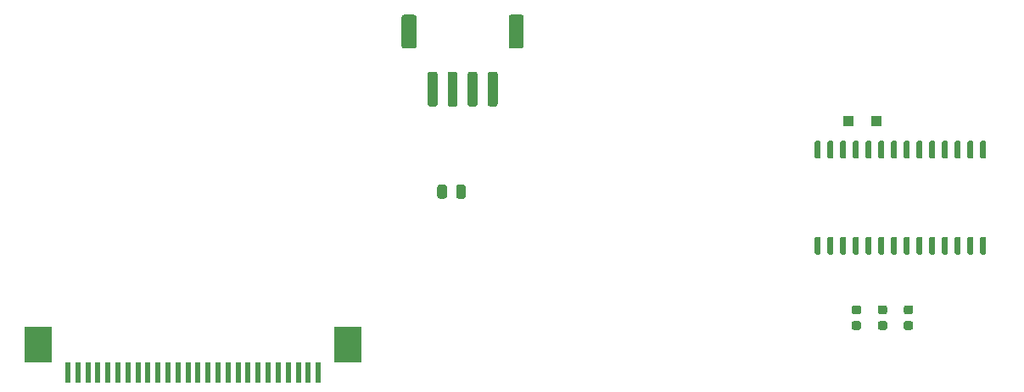
<source format=gbp>
G04 #@! TF.GenerationSoftware,KiCad,Pcbnew,(5.1.6)-1*
G04 #@! TF.CreationDate,2021-05-15T00:46:41-04:00*
G04 #@! TF.ProjectId,keyboard-layout-tall,6b657962-6f61-4726-942d-6c61796f7574,rev?*
G04 #@! TF.SameCoordinates,Original*
G04 #@! TF.FileFunction,Paste,Bot*
G04 #@! TF.FilePolarity,Positive*
%FSLAX46Y46*%
G04 Gerber Fmt 4.6, Leading zero omitted, Abs format (unit mm)*
G04 Created by KiCad (PCBNEW (5.1.6)-1) date 2021-05-15 00:46:41*
%MOMM*%
%LPD*%
G01*
G04 APERTURE LIST*
%ADD10R,0.610000X2.000000*%
%ADD11R,2.680000X3.600000*%
%ADD12R,1.100000X1.100000*%
G04 APERTURE END LIST*
D10*
X247600000Y-87200000D03*
X248600000Y-87200000D03*
X249600000Y-87200000D03*
X250600000Y-87200000D03*
X251600000Y-87200000D03*
X252600000Y-87200000D03*
X253600000Y-87200000D03*
X254600000Y-87200000D03*
X255600000Y-87200000D03*
X256600000Y-87200000D03*
X257600000Y-87200000D03*
X258600000Y-87200000D03*
X259600000Y-87200000D03*
X260600000Y-87200000D03*
X261600000Y-87200000D03*
X262600000Y-87200000D03*
X263600000Y-87200000D03*
X264600000Y-87200000D03*
X265600000Y-87200000D03*
X266600000Y-87200000D03*
X267600000Y-87200000D03*
X268600000Y-87200000D03*
X269600000Y-87200000D03*
X270600000Y-87200000D03*
X271600000Y-87200000D03*
X272600000Y-87200000D03*
D11*
X244610000Y-84400000D03*
X275590000Y-84400000D03*
G36*
G01*
X322295000Y-64000000D02*
X322595000Y-64000000D01*
G75*
G02*
X322745000Y-64150000I0J-150000D01*
G01*
X322745000Y-65650000D01*
G75*
G02*
X322595000Y-65800000I-150000J0D01*
G01*
X322295000Y-65800000D01*
G75*
G02*
X322145000Y-65650000I0J150000D01*
G01*
X322145000Y-64150000D01*
G75*
G02*
X322295000Y-64000000I150000J0D01*
G01*
G37*
G36*
G01*
X323565000Y-64000000D02*
X323865000Y-64000000D01*
G75*
G02*
X324015000Y-64150000I0J-150000D01*
G01*
X324015000Y-65650000D01*
G75*
G02*
X323865000Y-65800000I-150000J0D01*
G01*
X323565000Y-65800000D01*
G75*
G02*
X323415000Y-65650000I0J150000D01*
G01*
X323415000Y-64150000D01*
G75*
G02*
X323565000Y-64000000I150000J0D01*
G01*
G37*
G36*
G01*
X324835000Y-64000000D02*
X325135000Y-64000000D01*
G75*
G02*
X325285000Y-64150000I0J-150000D01*
G01*
X325285000Y-65650000D01*
G75*
G02*
X325135000Y-65800000I-150000J0D01*
G01*
X324835000Y-65800000D01*
G75*
G02*
X324685000Y-65650000I0J150000D01*
G01*
X324685000Y-64150000D01*
G75*
G02*
X324835000Y-64000000I150000J0D01*
G01*
G37*
G36*
G01*
X326105000Y-64000000D02*
X326405000Y-64000000D01*
G75*
G02*
X326555000Y-64150000I0J-150000D01*
G01*
X326555000Y-65650000D01*
G75*
G02*
X326405000Y-65800000I-150000J0D01*
G01*
X326105000Y-65800000D01*
G75*
G02*
X325955000Y-65650000I0J150000D01*
G01*
X325955000Y-64150000D01*
G75*
G02*
X326105000Y-64000000I150000J0D01*
G01*
G37*
G36*
G01*
X327375000Y-64000000D02*
X327675000Y-64000000D01*
G75*
G02*
X327825000Y-64150000I0J-150000D01*
G01*
X327825000Y-65650000D01*
G75*
G02*
X327675000Y-65800000I-150000J0D01*
G01*
X327375000Y-65800000D01*
G75*
G02*
X327225000Y-65650000I0J150000D01*
G01*
X327225000Y-64150000D01*
G75*
G02*
X327375000Y-64000000I150000J0D01*
G01*
G37*
G36*
G01*
X328645000Y-64000000D02*
X328945000Y-64000000D01*
G75*
G02*
X329095000Y-64150000I0J-150000D01*
G01*
X329095000Y-65650000D01*
G75*
G02*
X328945000Y-65800000I-150000J0D01*
G01*
X328645000Y-65800000D01*
G75*
G02*
X328495000Y-65650000I0J150000D01*
G01*
X328495000Y-64150000D01*
G75*
G02*
X328645000Y-64000000I150000J0D01*
G01*
G37*
G36*
G01*
X329915000Y-64000000D02*
X330215000Y-64000000D01*
G75*
G02*
X330365000Y-64150000I0J-150000D01*
G01*
X330365000Y-65650000D01*
G75*
G02*
X330215000Y-65800000I-150000J0D01*
G01*
X329915000Y-65800000D01*
G75*
G02*
X329765000Y-65650000I0J150000D01*
G01*
X329765000Y-64150000D01*
G75*
G02*
X329915000Y-64000000I150000J0D01*
G01*
G37*
G36*
G01*
X331185000Y-64000000D02*
X331485000Y-64000000D01*
G75*
G02*
X331635000Y-64150000I0J-150000D01*
G01*
X331635000Y-65650000D01*
G75*
G02*
X331485000Y-65800000I-150000J0D01*
G01*
X331185000Y-65800000D01*
G75*
G02*
X331035000Y-65650000I0J150000D01*
G01*
X331035000Y-64150000D01*
G75*
G02*
X331185000Y-64000000I150000J0D01*
G01*
G37*
G36*
G01*
X332455000Y-64000000D02*
X332755000Y-64000000D01*
G75*
G02*
X332905000Y-64150000I0J-150000D01*
G01*
X332905000Y-65650000D01*
G75*
G02*
X332755000Y-65800000I-150000J0D01*
G01*
X332455000Y-65800000D01*
G75*
G02*
X332305000Y-65650000I0J150000D01*
G01*
X332305000Y-64150000D01*
G75*
G02*
X332455000Y-64000000I150000J0D01*
G01*
G37*
G36*
G01*
X333725000Y-64000000D02*
X334025000Y-64000000D01*
G75*
G02*
X334175000Y-64150000I0J-150000D01*
G01*
X334175000Y-65650000D01*
G75*
G02*
X334025000Y-65800000I-150000J0D01*
G01*
X333725000Y-65800000D01*
G75*
G02*
X333575000Y-65650000I0J150000D01*
G01*
X333575000Y-64150000D01*
G75*
G02*
X333725000Y-64000000I150000J0D01*
G01*
G37*
G36*
G01*
X334995000Y-64000000D02*
X335295000Y-64000000D01*
G75*
G02*
X335445000Y-64150000I0J-150000D01*
G01*
X335445000Y-65650000D01*
G75*
G02*
X335295000Y-65800000I-150000J0D01*
G01*
X334995000Y-65800000D01*
G75*
G02*
X334845000Y-65650000I0J150000D01*
G01*
X334845000Y-64150000D01*
G75*
G02*
X334995000Y-64000000I150000J0D01*
G01*
G37*
G36*
G01*
X336265000Y-64000000D02*
X336565000Y-64000000D01*
G75*
G02*
X336715000Y-64150000I0J-150000D01*
G01*
X336715000Y-65650000D01*
G75*
G02*
X336565000Y-65800000I-150000J0D01*
G01*
X336265000Y-65800000D01*
G75*
G02*
X336115000Y-65650000I0J150000D01*
G01*
X336115000Y-64150000D01*
G75*
G02*
X336265000Y-64000000I150000J0D01*
G01*
G37*
G36*
G01*
X337535000Y-64000000D02*
X337835000Y-64000000D01*
G75*
G02*
X337985000Y-64150000I0J-150000D01*
G01*
X337985000Y-65650000D01*
G75*
G02*
X337835000Y-65800000I-150000J0D01*
G01*
X337535000Y-65800000D01*
G75*
G02*
X337385000Y-65650000I0J150000D01*
G01*
X337385000Y-64150000D01*
G75*
G02*
X337535000Y-64000000I150000J0D01*
G01*
G37*
G36*
G01*
X338805000Y-64000000D02*
X339105000Y-64000000D01*
G75*
G02*
X339255000Y-64150000I0J-150000D01*
G01*
X339255000Y-65650000D01*
G75*
G02*
X339105000Y-65800000I-150000J0D01*
G01*
X338805000Y-65800000D01*
G75*
G02*
X338655000Y-65650000I0J150000D01*
G01*
X338655000Y-64150000D01*
G75*
G02*
X338805000Y-64000000I150000J0D01*
G01*
G37*
G36*
G01*
X338805000Y-73600000D02*
X339105000Y-73600000D01*
G75*
G02*
X339255000Y-73750000I0J-150000D01*
G01*
X339255000Y-75250000D01*
G75*
G02*
X339105000Y-75400000I-150000J0D01*
G01*
X338805000Y-75400000D01*
G75*
G02*
X338655000Y-75250000I0J150000D01*
G01*
X338655000Y-73750000D01*
G75*
G02*
X338805000Y-73600000I150000J0D01*
G01*
G37*
G36*
G01*
X337535000Y-73600000D02*
X337835000Y-73600000D01*
G75*
G02*
X337985000Y-73750000I0J-150000D01*
G01*
X337985000Y-75250000D01*
G75*
G02*
X337835000Y-75400000I-150000J0D01*
G01*
X337535000Y-75400000D01*
G75*
G02*
X337385000Y-75250000I0J150000D01*
G01*
X337385000Y-73750000D01*
G75*
G02*
X337535000Y-73600000I150000J0D01*
G01*
G37*
G36*
G01*
X336265000Y-73600000D02*
X336565000Y-73600000D01*
G75*
G02*
X336715000Y-73750000I0J-150000D01*
G01*
X336715000Y-75250000D01*
G75*
G02*
X336565000Y-75400000I-150000J0D01*
G01*
X336265000Y-75400000D01*
G75*
G02*
X336115000Y-75250000I0J150000D01*
G01*
X336115000Y-73750000D01*
G75*
G02*
X336265000Y-73600000I150000J0D01*
G01*
G37*
G36*
G01*
X334995000Y-73600000D02*
X335295000Y-73600000D01*
G75*
G02*
X335445000Y-73750000I0J-150000D01*
G01*
X335445000Y-75250000D01*
G75*
G02*
X335295000Y-75400000I-150000J0D01*
G01*
X334995000Y-75400000D01*
G75*
G02*
X334845000Y-75250000I0J150000D01*
G01*
X334845000Y-73750000D01*
G75*
G02*
X334995000Y-73600000I150000J0D01*
G01*
G37*
G36*
G01*
X333725000Y-73600000D02*
X334025000Y-73600000D01*
G75*
G02*
X334175000Y-73750000I0J-150000D01*
G01*
X334175000Y-75250000D01*
G75*
G02*
X334025000Y-75400000I-150000J0D01*
G01*
X333725000Y-75400000D01*
G75*
G02*
X333575000Y-75250000I0J150000D01*
G01*
X333575000Y-73750000D01*
G75*
G02*
X333725000Y-73600000I150000J0D01*
G01*
G37*
G36*
G01*
X332455000Y-73600000D02*
X332755000Y-73600000D01*
G75*
G02*
X332905000Y-73750000I0J-150000D01*
G01*
X332905000Y-75250000D01*
G75*
G02*
X332755000Y-75400000I-150000J0D01*
G01*
X332455000Y-75400000D01*
G75*
G02*
X332305000Y-75250000I0J150000D01*
G01*
X332305000Y-73750000D01*
G75*
G02*
X332455000Y-73600000I150000J0D01*
G01*
G37*
G36*
G01*
X331185000Y-73600000D02*
X331485000Y-73600000D01*
G75*
G02*
X331635000Y-73750000I0J-150000D01*
G01*
X331635000Y-75250000D01*
G75*
G02*
X331485000Y-75400000I-150000J0D01*
G01*
X331185000Y-75400000D01*
G75*
G02*
X331035000Y-75250000I0J150000D01*
G01*
X331035000Y-73750000D01*
G75*
G02*
X331185000Y-73600000I150000J0D01*
G01*
G37*
G36*
G01*
X329915000Y-73600000D02*
X330215000Y-73600000D01*
G75*
G02*
X330365000Y-73750000I0J-150000D01*
G01*
X330365000Y-75250000D01*
G75*
G02*
X330215000Y-75400000I-150000J0D01*
G01*
X329915000Y-75400000D01*
G75*
G02*
X329765000Y-75250000I0J150000D01*
G01*
X329765000Y-73750000D01*
G75*
G02*
X329915000Y-73600000I150000J0D01*
G01*
G37*
G36*
G01*
X328645000Y-73600000D02*
X328945000Y-73600000D01*
G75*
G02*
X329095000Y-73750000I0J-150000D01*
G01*
X329095000Y-75250000D01*
G75*
G02*
X328945000Y-75400000I-150000J0D01*
G01*
X328645000Y-75400000D01*
G75*
G02*
X328495000Y-75250000I0J150000D01*
G01*
X328495000Y-73750000D01*
G75*
G02*
X328645000Y-73600000I150000J0D01*
G01*
G37*
G36*
G01*
X327375000Y-73600000D02*
X327675000Y-73600000D01*
G75*
G02*
X327825000Y-73750000I0J-150000D01*
G01*
X327825000Y-75250000D01*
G75*
G02*
X327675000Y-75400000I-150000J0D01*
G01*
X327375000Y-75400000D01*
G75*
G02*
X327225000Y-75250000I0J150000D01*
G01*
X327225000Y-73750000D01*
G75*
G02*
X327375000Y-73600000I150000J0D01*
G01*
G37*
G36*
G01*
X326105000Y-73600000D02*
X326405000Y-73600000D01*
G75*
G02*
X326555000Y-73750000I0J-150000D01*
G01*
X326555000Y-75250000D01*
G75*
G02*
X326405000Y-75400000I-150000J0D01*
G01*
X326105000Y-75400000D01*
G75*
G02*
X325955000Y-75250000I0J150000D01*
G01*
X325955000Y-73750000D01*
G75*
G02*
X326105000Y-73600000I150000J0D01*
G01*
G37*
G36*
G01*
X324835000Y-73600000D02*
X325135000Y-73600000D01*
G75*
G02*
X325285000Y-73750000I0J-150000D01*
G01*
X325285000Y-75250000D01*
G75*
G02*
X325135000Y-75400000I-150000J0D01*
G01*
X324835000Y-75400000D01*
G75*
G02*
X324685000Y-75250000I0J150000D01*
G01*
X324685000Y-73750000D01*
G75*
G02*
X324835000Y-73600000I150000J0D01*
G01*
G37*
G36*
G01*
X323565000Y-73600000D02*
X323865000Y-73600000D01*
G75*
G02*
X324015000Y-73750000I0J-150000D01*
G01*
X324015000Y-75250000D01*
G75*
G02*
X323865000Y-75400000I-150000J0D01*
G01*
X323565000Y-75400000D01*
G75*
G02*
X323415000Y-75250000I0J150000D01*
G01*
X323415000Y-73750000D01*
G75*
G02*
X323565000Y-73600000I150000J0D01*
G01*
G37*
G36*
G01*
X322295000Y-73600000D02*
X322595000Y-73600000D01*
G75*
G02*
X322745000Y-73750000I0J-150000D01*
G01*
X322745000Y-75250000D01*
G75*
G02*
X322595000Y-75400000I-150000J0D01*
G01*
X322295000Y-75400000D01*
G75*
G02*
X322145000Y-75250000I0J150000D01*
G01*
X322145000Y-73750000D01*
G75*
G02*
X322295000Y-73600000I150000J0D01*
G01*
G37*
G36*
G01*
X287325000Y-68643750D02*
X287325000Y-69556250D01*
G75*
G02*
X287081250Y-69800000I-243750J0D01*
G01*
X286593750Y-69800000D01*
G75*
G02*
X286350000Y-69556250I0J243750D01*
G01*
X286350000Y-68643750D01*
G75*
G02*
X286593750Y-68400000I243750J0D01*
G01*
X287081250Y-68400000D01*
G75*
G02*
X287325000Y-68643750I0J-243750D01*
G01*
G37*
G36*
G01*
X285450000Y-68643750D02*
X285450000Y-69556250D01*
G75*
G02*
X285206250Y-69800000I-243750J0D01*
G01*
X284718750Y-69800000D01*
G75*
G02*
X284475000Y-69556250I0J243750D01*
G01*
X284475000Y-68643750D01*
G75*
G02*
X284718750Y-68400000I243750J0D01*
G01*
X285206250Y-68400000D01*
G75*
G02*
X285450000Y-68643750I0J-243750D01*
G01*
G37*
D12*
X328300000Y-62000000D03*
X325500000Y-62000000D03*
G36*
G01*
X331243750Y-80475000D02*
X331756250Y-80475000D01*
G75*
G02*
X331975000Y-80693750I0J-218750D01*
G01*
X331975000Y-81131250D01*
G75*
G02*
X331756250Y-81350000I-218750J0D01*
G01*
X331243750Y-81350000D01*
G75*
G02*
X331025000Y-81131250I0J218750D01*
G01*
X331025000Y-80693750D01*
G75*
G02*
X331243750Y-80475000I218750J0D01*
G01*
G37*
G36*
G01*
X331243750Y-82050000D02*
X331756250Y-82050000D01*
G75*
G02*
X331975000Y-82268750I0J-218750D01*
G01*
X331975000Y-82706250D01*
G75*
G02*
X331756250Y-82925000I-218750J0D01*
G01*
X331243750Y-82925000D01*
G75*
G02*
X331025000Y-82706250I0J218750D01*
G01*
X331025000Y-82268750D01*
G75*
G02*
X331243750Y-82050000I218750J0D01*
G01*
G37*
G36*
G01*
X328643750Y-82050000D02*
X329156250Y-82050000D01*
G75*
G02*
X329375000Y-82268750I0J-218750D01*
G01*
X329375000Y-82706250D01*
G75*
G02*
X329156250Y-82925000I-218750J0D01*
G01*
X328643750Y-82925000D01*
G75*
G02*
X328425000Y-82706250I0J218750D01*
G01*
X328425000Y-82268750D01*
G75*
G02*
X328643750Y-82050000I218750J0D01*
G01*
G37*
G36*
G01*
X328643750Y-80475000D02*
X329156250Y-80475000D01*
G75*
G02*
X329375000Y-80693750I0J-218750D01*
G01*
X329375000Y-81131250D01*
G75*
G02*
X329156250Y-81350000I-218750J0D01*
G01*
X328643750Y-81350000D01*
G75*
G02*
X328425000Y-81131250I0J218750D01*
G01*
X328425000Y-80693750D01*
G75*
G02*
X328643750Y-80475000I218750J0D01*
G01*
G37*
G36*
G01*
X326043750Y-80475000D02*
X326556250Y-80475000D01*
G75*
G02*
X326775000Y-80693750I0J-218750D01*
G01*
X326775000Y-81131250D01*
G75*
G02*
X326556250Y-81350000I-218750J0D01*
G01*
X326043750Y-81350000D01*
G75*
G02*
X325825000Y-81131250I0J218750D01*
G01*
X325825000Y-80693750D01*
G75*
G02*
X326043750Y-80475000I218750J0D01*
G01*
G37*
G36*
G01*
X326043750Y-82050000D02*
X326556250Y-82050000D01*
G75*
G02*
X326775000Y-82268750I0J-218750D01*
G01*
X326775000Y-82706250D01*
G75*
G02*
X326556250Y-82925000I-218750J0D01*
G01*
X326043750Y-82925000D01*
G75*
G02*
X325825000Y-82706250I0J218750D01*
G01*
X325825000Y-82268750D01*
G75*
G02*
X326043750Y-82050000I218750J0D01*
G01*
G37*
G36*
G01*
X283500000Y-60350000D02*
X283500000Y-57350000D01*
G75*
G02*
X283750000Y-57100000I250000J0D01*
G01*
X284250000Y-57100000D01*
G75*
G02*
X284500000Y-57350000I0J-250000D01*
G01*
X284500000Y-60350000D01*
G75*
G02*
X284250000Y-60600000I-250000J0D01*
G01*
X283750000Y-60600000D01*
G75*
G02*
X283500000Y-60350000I0J250000D01*
G01*
G37*
G36*
G01*
X285500000Y-60350000D02*
X285500000Y-57350000D01*
G75*
G02*
X285750000Y-57100000I250000J0D01*
G01*
X286250000Y-57100000D01*
G75*
G02*
X286500000Y-57350000I0J-250000D01*
G01*
X286500000Y-60350000D01*
G75*
G02*
X286250000Y-60600000I-250000J0D01*
G01*
X285750000Y-60600000D01*
G75*
G02*
X285500000Y-60350000I0J250000D01*
G01*
G37*
G36*
G01*
X287500000Y-60350000D02*
X287500000Y-57350000D01*
G75*
G02*
X287750000Y-57100000I250000J0D01*
G01*
X288250000Y-57100000D01*
G75*
G02*
X288500000Y-57350000I0J-250000D01*
G01*
X288500000Y-60350000D01*
G75*
G02*
X288250000Y-60600000I-250000J0D01*
G01*
X287750000Y-60600000D01*
G75*
G02*
X287500000Y-60350000I0J250000D01*
G01*
G37*
G36*
G01*
X289500000Y-60350000D02*
X289500000Y-57350000D01*
G75*
G02*
X289750000Y-57100000I250000J0D01*
G01*
X290250000Y-57100000D01*
G75*
G02*
X290500000Y-57350000I0J-250000D01*
G01*
X290500000Y-60350000D01*
G75*
G02*
X290250000Y-60600000I-250000J0D01*
G01*
X289750000Y-60600000D01*
G75*
G02*
X289500000Y-60350000I0J250000D01*
G01*
G37*
G36*
G01*
X280900000Y-54550000D02*
X280900000Y-51650000D01*
G75*
G02*
X281150000Y-51400000I250000J0D01*
G01*
X282150000Y-51400000D01*
G75*
G02*
X282400000Y-51650000I0J-250000D01*
G01*
X282400000Y-54550000D01*
G75*
G02*
X282150000Y-54800000I-250000J0D01*
G01*
X281150000Y-54800000D01*
G75*
G02*
X280900000Y-54550000I0J250000D01*
G01*
G37*
G36*
G01*
X291600000Y-54550000D02*
X291600000Y-51650000D01*
G75*
G02*
X291850000Y-51400000I250000J0D01*
G01*
X292850000Y-51400000D01*
G75*
G02*
X293100000Y-51650000I0J-250000D01*
G01*
X293100000Y-54550000D01*
G75*
G02*
X292850000Y-54800000I-250000J0D01*
G01*
X291850000Y-54800000D01*
G75*
G02*
X291600000Y-54550000I0J250000D01*
G01*
G37*
M02*

</source>
